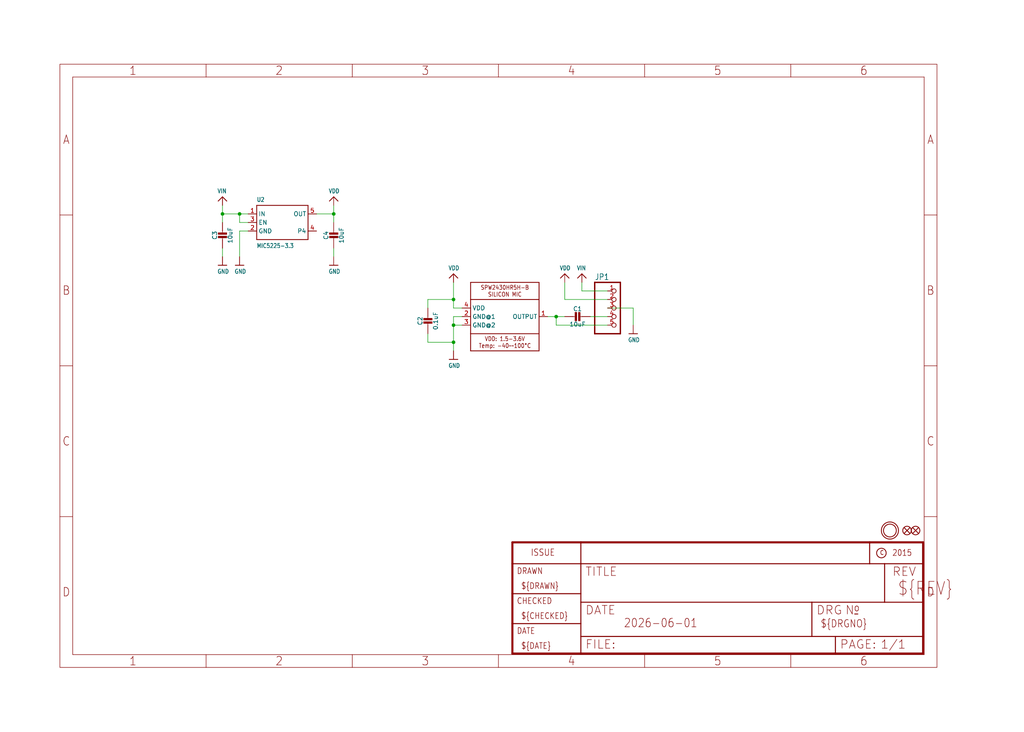
<source format=kicad_sch>
(kicad_sch (version 20230121) (generator eeschema)
  (paper "User" 303.962 217.322)
  (lib_symbols
    (symbol "working-eagle-import:CAP_CERAMIC0805-NOOUTLINE"
      (property "Reference" "C" (at -2.29 1.25 90))
      (symbol "CAP_CERAMIC0805-NOOUTLINE_1_0"
        (rectangle (start -1.27 0.508) (end 1.27 1.016) (fill (type outline)))
        (rectangle (start -1.27 1.524) (end 1.27 2.032) (fill (type outline)))
        (polyline (pts (xy 0 0.762) (xy 0 0)) (stroke (width 0.1524)))
        (polyline (pts (xy 0 2.54) (xy 0 1.778)) (stroke (width 0.1524)))
        (pin passive line (at 0 5.08 270) (length 2.54) (name "1") (number "1"))
        (pin passive line (at 0 -2.54 90) (length 2.54) (name "2") (number "2"))
      )
    )
    (symbol "working-eagle-import:FIDUCIAL{dblquote}{dblquote}"
      (symbol "FIDUCIAL{dblquote}{dblquote}_1_0"
        (polyline (pts (xy -0.762 0.762) (xy 0.762 -0.762)) (stroke (width 0.254)))
        (polyline (pts (xy 0.762 0.762) (xy -0.762 -0.762)) (stroke (width 0.254)))
        (circle (center 0 0) (radius 1.27) (stroke (width 0.254)))
      )
    )
    (symbol "working-eagle-import:FRAME_A4"
      (symbol "FRAME_A4_1_0"
        (polyline (pts (xy 0 44.7675) (xy 3.81 44.7675)))
        (polyline (pts (xy 0 89.535) (xy 3.81 89.535)))
        (polyline (pts (xy 0 134.3025) (xy 3.81 134.3025)))
        (polyline (pts (xy 3.81 3.81) (xy 3.81 175.26)))
        (polyline (pts (xy 43.3917 0) (xy 43.3917 3.81)))
        (polyline (pts (xy 43.3917 175.26) (xy 43.3917 179.07)))
        (polyline (pts (xy 86.7833 0) (xy 86.7833 3.81)))
        (polyline (pts (xy 86.7833 175.26) (xy 86.7833 179.07)))
        (polyline (pts (xy 130.175 0) (xy 130.175 3.81)))
        (polyline (pts (xy 130.175 175.26) (xy 130.175 179.07)))
        (polyline (pts (xy 173.5667 0) (xy 173.5667 3.81)))
        (polyline (pts (xy 173.5667 175.26) (xy 173.5667 179.07)))
        (polyline (pts (xy 216.9583 0) (xy 216.9583 3.81)))
        (polyline (pts (xy 216.9583 175.26) (xy 216.9583 179.07)))
        (polyline (pts (xy 256.54 3.81) (xy 3.81 3.81)))
        (polyline (pts (xy 256.54 3.81) (xy 256.54 8.89)) (stroke (width 0.1016)))
        (polyline (pts (xy 256.54 3.81) (xy 256.54 175.26)))
        (polyline (pts (xy 256.54 8.89) (xy 256.54 13.97)) (stroke (width 0.1016)))
        (polyline (pts (xy 256.54 13.97) (xy 256.54 19.05)) (stroke (width 0.1016)))
        (polyline (pts (xy 256.54 19.05) (xy 256.54 36.83)) (stroke (width 0.1016)))
        (polyline (pts (xy 256.54 44.7675) (xy 260.35 44.7675)))
        (polyline (pts (xy 256.54 89.535) (xy 260.35 89.535)))
        (polyline (pts (xy 256.54 134.3025) (xy 260.35 134.3025)))
        (polyline (pts (xy 256.54 175.26) (xy 3.81 175.26)))
        (polyline (pts (xy 0 0) (xy 260.35 0) (xy 260.35 179.07) (xy 0 179.07) (xy 0 0)))
        (text "1" (at 21.6958 1.905 0) (effects (font (size 2.54 2.286))))
        (text "1" (at 21.6958 177.165 0) (effects (font (size 2.54 2.286))))
        (text "2" (at 65.0875 1.905 0) (effects (font (size 2.54 2.286))))
        (text "2" (at 65.0875 177.165 0) (effects (font (size 2.54 2.286))))
        (text "3" (at 108.4792 1.905 0) (effects (font (size 2.54 2.286))))
        (text "3" (at 108.4792 177.165 0) (effects (font (size 2.54 2.286))))
        (text "4" (at 151.8708 1.905 0) (effects (font (size 2.54 2.286))))
        (text "4" (at 151.8708 177.165 0) (effects (font (size 2.54 2.286))))
        (text "5" (at 195.2625 1.905 0) (effects (font (size 2.54 2.286))))
        (text "5" (at 195.2625 177.165 0) (effects (font (size 2.54 2.286))))
        (text "6" (at 238.6542 1.905 0) (effects (font (size 2.54 2.286))))
        (text "6" (at 238.6542 177.165 0) (effects (font (size 2.54 2.286))))
        (text "A" (at 1.905 156.6863 0) (effects (font (size 2.54 2.286))))
        (text "A" (at 258.445 156.6863 0) (effects (font (size 2.54 2.286))))
        (text "B" (at 1.905 111.9188 0) (effects (font (size 2.54 2.286))))
        (text "B" (at 258.445 111.9188 0) (effects (font (size 2.54 2.286))))
        (text "C" (at 1.905 67.1513 0) (effects (font (size 2.54 2.286))))
        (text "C" (at 258.445 67.1513 0) (effects (font (size 2.54 2.286))))
        (text "D" (at 1.905 22.3838 0) (effects (font (size 2.54 2.286))))
        (text "D" (at 258.445 22.3838 0) (effects (font (size 2.54 2.286))))
      )
      (symbol "FRAME_A4_2_0"
        (polyline (pts (xy -0.3048 1.5748) (xy 20.0152 1.5748)) (stroke (width 0.6096)))
        (polyline (pts (xy -0.3048 10.4648) (xy -0.3048 1.5748)) (stroke (width 0.6096)))
        (polyline (pts (xy -0.3048 10.4648) (xy 20.0152 10.4648)) (stroke (width 0.3048)))
        (polyline (pts (xy -0.3048 19.3548) (xy -0.3048 10.4648)) (stroke (width 0.6096)))
        (polyline (pts (xy -0.3048 19.3548) (xy 20.0152 19.3548)) (stroke (width 0.3048)))
        (polyline (pts (xy -0.3048 28.2448) (xy -0.3048 19.3548)) (stroke (width 0.6096)))
        (polyline (pts (xy -0.3048 28.2448) (xy 20.0152 28.2448)) (stroke (width 0.3048)))
        (polyline (pts (xy -0.3048 34.5948) (xy -0.3048 28.2448)) (stroke (width 0.6096)))
        (polyline (pts (xy 20.0152 1.5748) (xy 20.0152 6.6548)) (stroke (width 0.3048)))
        (polyline (pts (xy 20.0152 1.5748) (xy 95.5802 1.5748)) (stroke (width 0.6096)))
        (polyline (pts (xy 20.0152 6.6548) (xy 20.0152 10.4648)) (stroke (width 0.3048)))
        (polyline (pts (xy 20.0152 6.6548) (xy 88.5952 6.6548)) (stroke (width 0.3048)))
        (polyline (pts (xy 20.0152 10.4648) (xy 20.0152 16.8148)) (stroke (width 0.3048)))
        (polyline (pts (xy 20.0152 16.8148) (xy 20.0152 19.3548)) (stroke (width 0.3048)))
        (polyline (pts (xy 20.0152 19.3548) (xy 20.0152 28.2448)) (stroke (width 0.3048)))
        (polyline (pts (xy 20.0152 28.2448) (xy 20.0152 34.5948)) (stroke (width 0.3048)))
        (polyline (pts (xy 20.0152 28.2448) (xy 105.7402 28.2448)) (stroke (width 0.3048)))
        (polyline (pts (xy 20.0152 34.5948) (xy -0.3048 34.5948)) (stroke (width 0.6096)))
        (polyline (pts (xy 88.5952 6.6548) (xy 95.5802 6.6548)) (stroke (width 0.3048)))
        (polyline (pts (xy 88.5952 16.8148) (xy 20.0152 16.8148)) (stroke (width 0.3048)))
        (polyline (pts (xy 88.5952 16.8148) (xy 88.5952 6.6548)) (stroke (width 0.3048)))
        (polyline (pts (xy 95.5802 1.5748) (xy 121.6152 1.5748)) (stroke (width 0.6096)))
        (polyline (pts (xy 95.5802 6.6548) (xy 95.5802 1.5748)) (stroke (width 0.3048)))
        (polyline (pts (xy 95.5802 6.6548) (xy 121.6152 6.6548)) (stroke (width 0.3048)))
        (polyline (pts (xy 101.2952 13.3223) (xy 102.2477 13.3223)) (stroke (width 0.254)))
        (polyline (pts (xy 105.7402 28.2448) (xy 105.7402 34.5948)) (stroke (width 0.3048)))
        (polyline (pts (xy 105.7402 28.2448) (xy 110.1852 28.2448)) (stroke (width 0.3048)))
        (polyline (pts (xy 105.7402 34.5948) (xy 20.0152 34.5948)) (stroke (width 0.6096)))
        (polyline (pts (xy 110.1852 16.8148) (xy 88.5952 16.8148)) (stroke (width 0.3048)))
        (polyline (pts (xy 110.1852 28.2448) (xy 110.1852 16.8148)) (stroke (width 0.3048)))
        (polyline (pts (xy 110.1852 28.2448) (xy 121.6152 28.2448)) (stroke (width 0.3048)))
        (polyline (pts (xy 121.6152 6.6548) (xy 121.6152 1.5748)) (stroke (width 0.6096)))
        (polyline (pts (xy 121.6152 16.8148) (xy 110.1852 16.8148)) (stroke (width 0.3048)))
        (polyline (pts (xy 121.6152 16.8148) (xy 121.6152 6.6548)) (stroke (width 0.6096)))
        (polyline (pts (xy 121.6152 28.2448) (xy 121.6152 16.8148)) (stroke (width 0.6096)))
        (polyline (pts (xy 121.6152 34.5948) (xy 105.7402 34.5948)) (stroke (width 0.6096)))
        (polyline (pts (xy 121.6152 34.5948) (xy 121.6152 28.2448)) (stroke (width 0.6096)))
        (circle (center 109.2327 31.4198) (radius 1.4199) (stroke (width 0.254)))
        (text "${#}/${##}" (at 108.9152 2.8448 0) (effects (font (size 2.54 2.54)) (justify left bottom)))
        (text "${CHECKED}" (at 2.2352 11.7348 0) (effects (font (size 1.778 1.5113)) (justify left bottom)))
        (text "${COMPANY}" (at 23.349 29.6735 0) (effects (font (size 3.175 2.6987) (thickness 0.5397) bold) (justify left bottom)))
        (text "${CURRENT_DATE}" (at 32.7152 9.1948 0) (effects (font (size 2.54 2.159)) (justify left bottom)))
        (text "${DATE}" (at 2.2352 2.8448 0) (effects (font (size 1.778 1.5113)) (justify left bottom)))
        (text "${DRAWN}" (at 2.2352 20.6248 0) (effects (font (size 1.778 1.5113)) (justify left bottom)))
        (text "${DRGNO}" (at 91.1352 9.1948 0) (effects (font (size 2.1844 1.8567)) (justify left bottom)))
        (text "${PROJECTNAME}" (at 33.0327 2.8448 0) (effects (font (size 2.54 2.159)) (justify left bottom)))
        (text "${REV}" (at 113.9952 18.7198 0) (effects (font (size 3.81 3.2385)) (justify left bottom)))
        (text "2015" (at 112.4077 30.4673 0) (effects (font (size 1.778 1.5113)) (justify left bottom)))
        (text "C" (at 108.7564 30.7848 0) (effects (font (size 1.27 1.0795)) (justify left bottom)))
        (text "CHECKED" (at 0.9652 16.1798 0) (effects (font (size 1.778 1.5113)) (justify left bottom)))
        (text "DATE" (at 0.9652 7.2898 0) (effects (font (size 1.778 1.5113)) (justify left bottom)))
        (text "DATE" (at 21.2852 13.0048 0) (effects (font (size 2.54 2.54)) (justify left bottom)))
        (text "DRAWN" (at 0.9652 25.0698 0) (effects (font (size 1.778 1.5113)) (justify left bottom)))
        (text "DRG" (at 89.8652 13.0048 0) (effects (font (size 2.54 2.54)) (justify left bottom)))
        (text "FILE:" (at 21.2852 2.8448 0) (effects (font (size 2.54 2.54)) (justify left bottom)))
        (text "ISSUE" (at 5.0927 30.4673 0) (effects (font (size 1.9304 1.6408)) (justify left bottom)))
        (text "N" (at 98.4377 13.0048 0) (effects (font (size 2.54 2.54)) (justify left bottom)))
        (text "o" (at 100.9777 13.9573 0) (effects (font (size 2.1844 1.8567)) (justify left bottom)))
        (text "PAGE:" (at 96.8502 2.8448 0) (effects (font (size 2.54 2.54)) (justify left bottom)))
        (text "REV" (at 112.4077 24.4348 0) (effects (font (size 2.54 2.54)) (justify left bottom)))
        (text "TITLE" (at 21.2852 24.4348 0) (effects (font (size 2.54 2.54)) (justify left bottom)))
      )
    )
    (symbol "working-eagle-import:GND" (power)
      (property "Value" "GND" (at -1.524 -2.54 0))
      (symbol "GND_1_0"
        (polyline (pts (xy -1.27 0) (xy 1.27 0)) (stroke (width 0.254)))
        (pin power_in line (at 0 2.54 270) (length 2.54) (name "GND") (number "1"))
      )
    )
    (symbol "working-eagle-import:HEADER-1X576MIL"
      (property "Reference" "JP" (at -6.35 8.255 0))
      (symbol "HEADER-1X576MIL_1_0"
        (polyline (pts (xy -6.35 -7.62) (xy 1.27 -7.62)) (stroke (width 0.4064)))
        (polyline (pts (xy -6.35 7.62) (xy -6.35 -7.62)) (stroke (width 0.4064)))
        (polyline (pts (xy 1.27 -7.62) (xy 1.27 7.62)) (stroke (width 0.4064)))
        (polyline (pts (xy 1.27 7.62) (xy -6.35 7.62)) (stroke (width 0.4064)))
        (pin passive inverted (at -2.54 5.08 0) (length 2.54) (name "1") (number "1"))
        (pin passive inverted (at -2.54 2.54 0) (length 2.54) (name "2") (number "2"))
        (pin passive inverted (at -2.54 0 0) (length 2.54) (name "3") (number "3"))
        (pin passive inverted (at -2.54 -2.54 0) (length 2.54) (name "4") (number "4"))
        (pin passive inverted (at -2.54 -5.08 0) (length 2.54) (name "5") (number "5"))
      )
    )
    (symbol "working-eagle-import:MOUNTINGHOLE2.5"
      (symbol "MOUNTINGHOLE2.5_1_0"
        (circle (center 0 0) (radius 1.905) (stroke (width 0.254)))
        (circle (center 0 0) (radius 2.54) (stroke (width 0.254)))
      )
    )
    (symbol "working-eagle-import:SPW2430HR5H-B"
      (symbol "SPW2430HR5H-B_1_0"
        (polyline (pts (xy -10.16 -10.16) (xy 10.16 -10.16)) (stroke (width 0.254)))
        (polyline (pts (xy -10.16 -5.08) (xy -10.16 -10.16)) (stroke (width 0.254)))
        (polyline (pts (xy -10.16 -5.08) (xy -10.16 5.08)) (stroke (width 0.254)))
        (polyline (pts (xy -10.16 5.08) (xy -10.16 10.16)) (stroke (width 0.254)))
        (polyline (pts (xy -10.16 5.08) (xy 10.16 5.08)) (stroke (width 0.254)))
        (polyline (pts (xy -10.16 10.16) (xy 10.16 10.16)) (stroke (width 0.254)))
        (polyline (pts (xy 10.16 -10.16) (xy 10.16 -5.08)) (stroke (width 0.254)))
        (polyline (pts (xy 10.16 -5.08) (xy -10.16 -5.08)) (stroke (width 0.254)))
        (polyline (pts (xy 10.16 5.08) (xy 10.16 -5.08)) (stroke (width 0.254)))
        (polyline (pts (xy 10.16 10.16) (xy 10.16 5.08)) (stroke (width 0.254)))
        (text "SPW2430HR5H-B\nSILICON MIC" (at 0 7.62 0) (effects (font (size 1.27 1.0795))))
        (text "VDD: 1.5-3.6V\nTemp: -40~~100°C" (at 0 -7.62 0) (effects (font (size 1.27 1.0795))))
        (pin output line (at 12.7 0 180) (length 2.54) (name "OUTPUT") (number "1"))
        (pin power_in line (at -12.7 0 0) (length 2.54) (name "GND@1") (number "2"))
        (pin power_in line (at -12.7 -2.54 0) (length 2.54) (name "GND@2") (number "3"))
        (pin power_in line (at -12.7 2.54 0) (length 2.54) (name "VDD") (number "4"))
      )
    )
    (symbol "working-eagle-import:VDD" (power)
      (property "Value" "VDD" (at -1.524 1.016 0))
      (symbol "VDD_1_0"
        (polyline (pts (xy -1.27 -1.27) (xy 0 0)) (stroke (width 0.254)))
        (polyline (pts (xy 0 0) (xy 1.27 -1.27)) (stroke (width 0.254)))
        (pin power_in line (at 0 -2.54 90) (length 2.54) (name "VDD") (number "1"))
      )
    )
    (symbol "working-eagle-import:VIN" (power)
      (property "Value" "VIN" (at -1.524 1.016 0))
      (symbol "VIN_1_0"
        (polyline (pts (xy -1.27 -1.27) (xy 0 0)) (stroke (width 0.254)))
        (polyline (pts (xy 0 0) (xy 1.27 -1.27)) (stroke (width 0.254)))
        (pin power_in line (at 0 -2.54 90) (length 2.54) (name "VIN") (number "1"))
      )
    )
    (symbol "working-eagle-import:VREG_SOT23-5"
      (property "Reference" "U" (at -7.62 6.096 0))
      (symbol "VREG_SOT23-5_1_0"
        (polyline (pts (xy -7.62 -5.08) (xy -7.62 5.08)) (stroke (width 0.254)))
        (polyline (pts (xy -7.62 5.08) (xy 7.62 5.08)) (stroke (width 0.254)))
        (polyline (pts (xy 7.62 -5.08) (xy -7.62 -5.08)) (stroke (width 0.254)))
        (polyline (pts (xy 7.62 5.08) (xy 7.62 -5.08)) (stroke (width 0.254)))
        (pin power_in line (at -10.16 2.54 0) (length 2.54) (name "IN") (number "1"))
        (pin power_in line (at -10.16 -2.54 0) (length 2.54) (name "GND") (number "2"))
        (pin input line (at -10.16 0 0) (length 2.54) (name "EN") (number "3"))
        (pin bidirectional line (at 10.16 -2.54 180) (length 2.54) (name "P4") (number "4"))
        (pin power_in line (at 10.16 2.54 180) (length 2.54) (name "OUT") (number "5"))
      )
    )
  )
  (junction (at 71.12 63.5))
  (junction (at 66.04 63.5))
  (junction (at 134.62 101.6))
  (junction (at 165.1 93.98))
  (junction (at 134.62 88.9))
  (junction (at 134.62 96.52))
  (junction (at 99.06 63.5))
  (wire (pts (xy 66.04 63.5) (xy 66.04 60.96)) (stroke (width 0.1524)))
  (wire (pts (xy 66.04 73.66) (xy 66.04 76.2)) (stroke (width 0.1524)))
  (wire (pts (xy 167.64 88.9) (xy 167.64 83.82)) (stroke (width 0.1524)))
  (wire (pts (xy 73.66 66.04) (xy 71.12 66.04)) (stroke (width 0.1524)))
  (wire (pts (xy 180.34 91.44) (xy 187.96 91.44)) (stroke (width 0.1524)))
  (wire (pts (xy 73.66 63.5) (xy 71.12 63.5)) (stroke (width 0.1524)))
  (wire (pts (xy 66.04 63.5) (xy 66.04 66.04)) (stroke (width 0.1524)))
  (wire (pts (xy 134.62 96.52) (xy 134.62 101.6)) (stroke (width 0.1524)))
  (wire (pts (xy 134.62 88.9) (xy 134.62 83.82)) (stroke (width 0.1524)))
  (wire (pts (xy 71.12 66.04) (xy 71.12 63.5)) (stroke (width 0.1524)))
  (wire (pts (xy 93.98 63.5) (xy 99.06 63.5)) (stroke (width 0.1524)))
  (wire (pts (xy 134.62 93.98) (xy 134.62 96.52)) (stroke (width 0.1524)))
  (wire (pts (xy 99.06 63.5) (xy 99.06 66.04)) (stroke (width 0.1524)))
  (wire (pts (xy 73.66 68.58) (xy 71.12 68.58)) (stroke (width 0.1524)))
  (wire (pts (xy 137.16 91.44) (xy 134.62 91.44)) (stroke (width 0.1524)))
  (wire (pts (xy 99.06 63.5) (xy 99.06 60.96)) (stroke (width 0.1524)))
  (wire (pts (xy 134.62 88.9) (xy 127 88.9)) (stroke (width 0.1524)))
  (wire (pts (xy 134.62 91.44) (xy 134.62 88.9)) (stroke (width 0.1524)))
  (wire (pts (xy 71.12 63.5) (xy 66.04 63.5)) (stroke (width 0.1524)))
  (wire (pts (xy 137.16 96.52) (xy 134.62 96.52)) (stroke (width 0.1524)))
  (wire (pts (xy 175.26 93.98) (xy 180.34 93.98)) (stroke (width 0.1524)))
  (wire (pts (xy 165.1 96.52) (xy 165.1 93.98)) (stroke (width 0.1524)))
  (wire (pts (xy 165.1 93.98) (xy 167.64 93.98)) (stroke (width 0.1524)))
  (wire (pts (xy 134.62 101.6) (xy 134.62 104.14)) (stroke (width 0.1524)))
  (wire (pts (xy 180.34 88.9) (xy 167.64 88.9)) (stroke (width 0.1524)))
  (wire (pts (xy 180.34 86.36) (xy 172.72 86.36)) (stroke (width 0.1524)))
  (wire (pts (xy 127 101.6) (xy 127 99.06)) (stroke (width 0.1524)))
  (wire (pts (xy 127 88.9) (xy 127 91.44)) (stroke (width 0.1524)))
  (wire (pts (xy 71.12 68.58) (xy 71.12 76.2)) (stroke (width 0.1524)))
  (wire (pts (xy 162.56 93.98) (xy 165.1 93.98)) (stroke (width 0.1524)))
  (wire (pts (xy 99.06 73.66) (xy 99.06 76.2)) (stroke (width 0.1524)))
  (wire (pts (xy 187.96 91.44) (xy 187.96 96.52)) (stroke (width 0.1524)))
  (wire (pts (xy 180.34 96.52) (xy 165.1 96.52)) (stroke (width 0.1524)))
  (wire (pts (xy 137.16 93.98) (xy 134.62 93.98)) (stroke (width 0.1524)))
  (wire (pts (xy 134.62 101.6) (xy 127 101.6)) (stroke (width 0.1524)))
  (wire (pts (xy 172.72 86.36) (xy 172.72 83.82)) (stroke (width 0.1524)))
  (symbol (lib_id "working-eagle-import:FRAME_A4") (at 17.78 198.12 0) (unit 1)
    (property "Reference" "#FRAME1" (effects hide))
    (property "Value" "FRAME_A4" (effects hide))
  )
  (symbol (lib_id "working-eagle-import:CAP_CERAMIC0805-NOOUTLINE") (at 127 96.52 0) (unit 1)
    (property "Reference" "C2" (at 124.71 95.27 90))
    (property "Value" "0.1uF" (at 129.3 95.27 90))
    (property "Footprint" "working:0805-NO" (effects hide))
  )
  (symbol (lib_id "working-eagle-import:CAP_CERAMIC0805-NOOUTLINE") (at 170.18 93.98 270) (unit 1)
    (property "Reference" "C1" (at 171.43 91.69 90))
    (property "Value" "10uF" (at 171.43 96.28 90))
    (property "Footprint" "working:0805-NO" (effects hide))
  )
  (symbol (lib_id "working-eagle-import:VREG_SOT23-5") (at 83.82 66.04 0) (unit 1)
    (property "Reference" "U2" (at 76.2 59.944 0) (effects (font (size 1.27 1.0795)) (justify left bottom)))
    (property "Value" "MIC5225-3.3" (at 76.2 73.66 0) (effects (font (size 1.27 1.0795)) (justify left bottom)))
    (property "Footprint" "working:SOT23-5" (effects hide))
  )
  (symbol (lib_id "working-eagle-import:FIDUCIAL{dblquote}{dblquote}") (at 269.24 157.48 0) (unit 1)
    (property "Reference" "FID2" (effects hide))
    (property "Value" "FIDUCIAL{dblquote}{dblquote}" (effects hide))
    (property "Footprint" "working:FIDUCIAL_1MM" (effects hide))
  )
  (symbol (lib_id "working-eagle-import:VIN") (at 172.72 81.28 0) (unit 1)
    (property "Reference" "#U$11" (effects hide))
    (property "Value" "VIN" (at 171.196 80.264 0) (effects (font (size 1.27 1.0795)) (justify left bottom)))
  )
  (symbol (lib_id "working-eagle-import:FRAME_A4") (at 152.4 195.58 0) (unit 2)
    (property "Reference" "#FRAME1" (effects hide))
    (property "Value" "FRAME_A4" (effects hide))
  )
  (symbol (lib_id "working-eagle-import:CAP_CERAMIC0805-NOOUTLINE") (at 99.06 71.12 0) (unit 1)
    (property "Reference" "C4" (at 96.77 69.87 90))
    (property "Value" "10uF" (at 101.36 69.87 90))
    (property "Footprint" "working:0805-NO" (effects hide))
  )
  (symbol (lib_id "working-eagle-import:GND") (at 99.06 78.74 0) (unit 1)
    (property "Reference" "#U$7" (effects hide))
    (property "Value" "GND" (at 97.536 81.28 0) (effects (font (size 1.27 1.0795)) (justify left bottom)))
  )
  (symbol (lib_id "working-eagle-import:GND") (at 187.96 99.06 0) (unit 1)
    (property "Reference" "#U$4" (effects hide))
    (property "Value" "GND" (at 186.436 101.6 0) (effects (font (size 1.27 1.0795)) (justify left bottom)))
  )
  (symbol (lib_id "working-eagle-import:VDD") (at 167.64 81.28 0) (unit 1)
    (property "Reference" "#U$3" (effects hide))
    (property "Value" "VDD" (at 166.116 80.264 0) (effects (font (size 1.27 1.0795)) (justify left bottom)))
  )
  (symbol (lib_id "working-eagle-import:CAP_CERAMIC0805-NOOUTLINE") (at 66.04 71.12 0) (unit 1)
    (property "Reference" "C3" (at 63.75 69.87 90))
    (property "Value" "10uF" (at 68.34 69.87 90))
    (property "Footprint" "working:0805-NO" (effects hide))
  )
  (symbol (lib_id "working-eagle-import:MOUNTINGHOLE2.5") (at 264.16 157.48 0) (unit 1)
    (property "Reference" "U$12" (effects hide))
    (property "Value" "MOUNTINGHOLE2.5" (effects hide))
    (property "Footprint" "working:MOUNTINGHOLE_2.5_PLATED" (effects hide))
  )
  (symbol (lib_id "working-eagle-import:GND") (at 134.62 106.68 0) (unit 1)
    (property "Reference" "#U$1" (effects hide))
    (property "Value" "GND" (at 133.096 109.22 0) (effects (font (size 1.27 1.0795)) (justify left bottom)))
  )
  (symbol (lib_id "working-eagle-import:HEADER-1X576MIL") (at 182.88 91.44 0) (unit 1)
    (property "Reference" "JP1" (at 176.53 83.185 0) (effects (font (size 1.778 1.5113)) (justify left bottom)))
    (property "Value" "HEADER-1X576MIL" (effects hide))
    (property "Footprint" "working:1X05_ROUND_76" (effects hide))
  )
  (symbol (lib_id "working-eagle-import:VDD") (at 134.62 81.28 0) (unit 1)
    (property "Reference" "#U$2" (effects hide))
    (property "Value" "VDD" (at 133.096 80.264 0) (effects (font (size 1.27 1.0795)) (justify left bottom)))
  )
  (symbol (lib_id "working-eagle-import:VDD") (at 99.06 58.42 0) (unit 1)
    (property "Reference" "#U$8" (effects hide))
    (property "Value" "VDD" (at 97.536 57.404 0) (effects (font (size 1.27 1.0795)) (justify left bottom)))
  )
  (symbol (lib_id "working-eagle-import:GND") (at 66.04 78.74 0) (unit 1)
    (property "Reference" "#U$6" (effects hide))
    (property "Value" "GND" (at 64.516 81.28 0) (effects (font (size 1.27 1.0795)) (justify left bottom)))
  )
  (symbol (lib_id "working-eagle-import:FIDUCIAL{dblquote}{dblquote}") (at 271.78 157.48 0) (unit 1)
    (property "Reference" "FID1" (effects hide))
    (property "Value" "FIDUCIAL{dblquote}{dblquote}" (effects hide))
    (property "Footprint" "working:FIDUCIAL_1MM" (effects hide))
  )
  (symbol (lib_id "working-eagle-import:VIN") (at 66.04 58.42 0) (unit 1)
    (property "Reference" "#U$10" (effects hide))
    (property "Value" "VIN" (at 64.516 57.404 0) (effects (font (size 1.27 1.0795)) (justify left bottom)))
  )
  (symbol (lib_id "working-eagle-import:SPW2430HR5H-B") (at 149.86 93.98 0) (unit 1)
    (property "Reference" "U1" (effects hide))
    (property "Value" "SPW2430HR5H-B" (effects hide))
    (property "Footprint" "working:SPW2430HR5H-B" (effects hide))
  )
  (symbol (lib_id "working-eagle-import:GND") (at 71.12 78.74 0) (unit 1)
    (property "Reference" "#U$9" (effects hide))
    (property "Value" "GND" (at 69.596 81.28 0) (effects (font (size 1.27 1.0795)) (justify left bottom)))
  )
)
</source>
